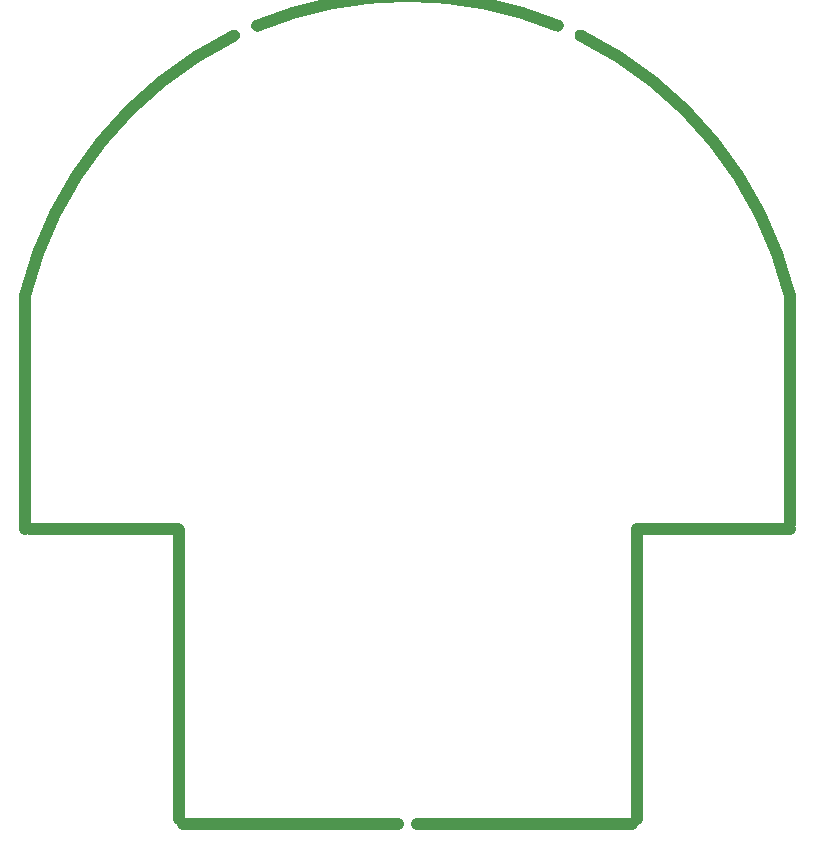
<source format=gbr>
G04 (created by PCBNEW (2013-07-07 BZR 4022)-stable) date 18/02/2015 12:12:13 p.m.*
%MOIN*%
G04 Gerber Fmt 3.4, Leading zero omitted, Abs format*
%FSLAX34Y34*%
G01*
G70*
G90*
G04 APERTURE LIST*
%ADD10C,0.00590551*%
%ADD11C,0.0393701*%
G04 APERTURE END LIST*
G54D10*
G54D11*
X7505Y3641D02*
X7505Y13287D01*
X2527Y13327D02*
X7488Y13327D01*
X20897Y29760D02*
G75*
G02X27859Y21131I-5771J-11780D01*
G74*
G01*
X20140Y30086D02*
G75*
G03X10111Y30086I-5014J-12106D01*
G74*
G01*
X9353Y29762D02*
G75*
G03X2389Y21132I5772J-11782D01*
G74*
G01*
X2387Y13327D02*
X2387Y21122D01*
X27862Y21122D02*
X27862Y13484D01*
X14811Y3484D02*
X7645Y3484D01*
X22606Y3484D02*
X15440Y3484D01*
X22763Y13287D02*
X22763Y3641D01*
X27862Y13326D02*
X22763Y13326D01*
M02*

</source>
